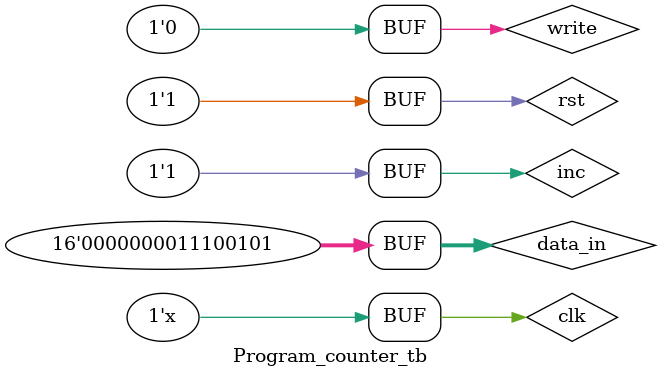
<source format=v>
module Program_counter_tb;
     reg clk,write,rst,inc;
     reg [15:0] data_in;

     wire[15:0] data_out;

     parameter clk_period = 10;

     Program_counter pc_1(clk,write,rst,inc,data_in,data_out);
    initial begin
       clk = 0;
    end
     
     always 
       #(clk_period/2) clk = ~clk;


     initial
         begin
            rst = 0; write = 0; inc = 0;
            #(clk_period*5)

            inc = 1;
            #(clk_period*5)

            data_in  =8'b00100100; write = 1; inc = 0;
            #clk_period

            data_in  =8'b11100101; write = 0;
            #clk_period

            inc = 1;
            #clk_period

            inc = 0;
            #clk_period

            inc = 1;
            #clk_period

            rst = 1;
        end 
endmodule
     

</source>
